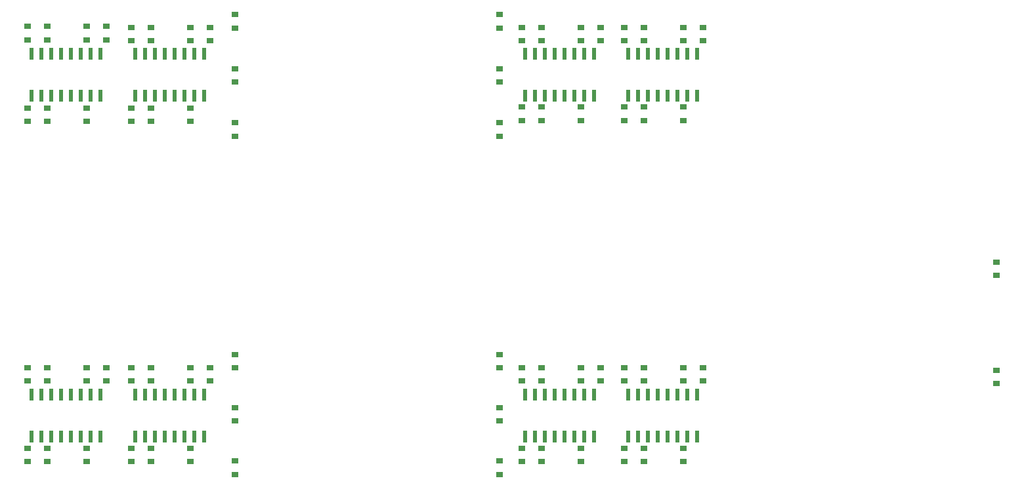
<source format=gbp>
G04*
G04 #@! TF.GenerationSoftware,Altium Limited,Altium Designer,18.1.6 (161)*
G04*
G04 Layer_Color=128*
%FSTAX24Y24*%
%MOIN*%
G70*
G01*
G75*
%ADD24R,0.0354X0.0315*%
%ADD55R,0.0217X0.0591*%
D24*
X04485Y027385D02*
D03*
Y026715D02*
D03*
X06073Y03276D02*
D03*
Y032091D02*
D03*
Y02726D02*
D03*
Y026591D02*
D03*
X04285Y023285D02*
D03*
Y022615D02*
D03*
X04185Y023285D02*
D03*
Y022615D02*
D03*
X04285Y026715D02*
D03*
Y027385D02*
D03*
X03766Y023285D02*
D03*
Y022615D02*
D03*
X03966Y023285D02*
D03*
Y022615D02*
D03*
X03666Y023285D02*
D03*
Y022615D02*
D03*
X0355Y022635D02*
D03*
Y021965D02*
D03*
Y025357D02*
D03*
Y024688D02*
D03*
Y02805D02*
D03*
Y027381D02*
D03*
X04585Y026715D02*
D03*
Y027385D02*
D03*
X04485Y023285D02*
D03*
Y022615D02*
D03*
X04185Y026715D02*
D03*
Y027385D02*
D03*
X03965Y026715D02*
D03*
Y027385D02*
D03*
X04066Y026715D02*
D03*
Y027385D02*
D03*
X03765Y026715D02*
D03*
Y027385D02*
D03*
X03666Y026715D02*
D03*
Y027385D02*
D03*
X0198Y023285D02*
D03*
Y022615D02*
D03*
X0178Y023285D02*
D03*
Y022615D02*
D03*
X0168Y023285D02*
D03*
Y022615D02*
D03*
X01156Y023285D02*
D03*
Y022615D02*
D03*
X01256Y023285D02*
D03*
Y022615D02*
D03*
X01456Y023285D02*
D03*
Y022615D02*
D03*
X02207Y022635D02*
D03*
Y021965D02*
D03*
Y025357D02*
D03*
Y024688D02*
D03*
Y02805D02*
D03*
Y027381D02*
D03*
X01156Y026715D02*
D03*
Y027385D02*
D03*
X01256Y026715D02*
D03*
Y027385D02*
D03*
X0208Y026715D02*
D03*
Y027385D02*
D03*
X0198Y026715D02*
D03*
Y027385D02*
D03*
X0178Y026715D02*
D03*
Y027385D02*
D03*
X0168Y026715D02*
D03*
Y027385D02*
D03*
X01456Y026715D02*
D03*
Y027385D02*
D03*
X01556Y026715D02*
D03*
Y027385D02*
D03*
X0198Y040585D02*
D03*
Y039915D02*
D03*
X0178Y040585D02*
D03*
Y039915D02*
D03*
X0168Y040585D02*
D03*
Y039915D02*
D03*
X01156Y040585D02*
D03*
Y039915D02*
D03*
X01256Y040585D02*
D03*
Y039915D02*
D03*
X01456Y040585D02*
D03*
Y039915D02*
D03*
X0198Y044015D02*
D03*
Y044685D02*
D03*
X0178Y044015D02*
D03*
Y044685D02*
D03*
X0168Y044015D02*
D03*
Y044685D02*
D03*
X0208Y044015D02*
D03*
Y044685D02*
D03*
X04285Y040635D02*
D03*
Y039965D02*
D03*
X04185Y040635D02*
D03*
Y039965D02*
D03*
X04485Y040635D02*
D03*
Y039965D02*
D03*
X0355Y039835D02*
D03*
Y039165D02*
D03*
Y042585D02*
D03*
Y041915D02*
D03*
Y045335D02*
D03*
Y044665D02*
D03*
X03766Y040635D02*
D03*
Y039965D02*
D03*
X03966Y040635D02*
D03*
Y039965D02*
D03*
X03666Y040635D02*
D03*
Y039965D02*
D03*
X04485Y044015D02*
D03*
Y044685D02*
D03*
X04585Y044015D02*
D03*
Y044685D02*
D03*
X04285Y044015D02*
D03*
Y044685D02*
D03*
X04185Y044015D02*
D03*
Y044685D02*
D03*
X03766Y044015D02*
D03*
Y044685D02*
D03*
X03965Y044015D02*
D03*
Y044685D02*
D03*
X04066Y044015D02*
D03*
Y044685D02*
D03*
X03666Y044015D02*
D03*
Y044685D02*
D03*
X01156Y044065D02*
D03*
Y044735D02*
D03*
X01256Y044065D02*
D03*
Y044735D02*
D03*
X01556Y044065D02*
D03*
Y044735D02*
D03*
X01456Y044065D02*
D03*
Y044735D02*
D03*
X02207Y039835D02*
D03*
Y039165D02*
D03*
Y042585D02*
D03*
Y041915D02*
D03*
Y045335D02*
D03*
Y044665D02*
D03*
D55*
X01175Y026D02*
D03*
X01225D02*
D03*
X01275D02*
D03*
X01325D02*
D03*
X01525D02*
D03*
X01475D02*
D03*
X01425D02*
D03*
X01375D02*
D03*
Y023874D02*
D03*
X01425D02*
D03*
X01475D02*
D03*
X01525D02*
D03*
X01325D02*
D03*
X01275D02*
D03*
X01225D02*
D03*
X01175D02*
D03*
X017Y026D02*
D03*
X0175D02*
D03*
X018D02*
D03*
X0185D02*
D03*
X0205D02*
D03*
X02D02*
D03*
X0195D02*
D03*
X019D02*
D03*
Y023874D02*
D03*
X0195D02*
D03*
X02D02*
D03*
X0205D02*
D03*
X0185D02*
D03*
X018D02*
D03*
X0175D02*
D03*
X017D02*
D03*
X04205Y026D02*
D03*
X04255D02*
D03*
X04305D02*
D03*
X04355D02*
D03*
X04555D02*
D03*
X04505D02*
D03*
X04455D02*
D03*
X04405D02*
D03*
Y023874D02*
D03*
X04455D02*
D03*
X04505D02*
D03*
X04555D02*
D03*
X04355D02*
D03*
X04305D02*
D03*
X04255D02*
D03*
X04205D02*
D03*
X0368Y026D02*
D03*
X0373D02*
D03*
X0378D02*
D03*
X0383D02*
D03*
X0403D02*
D03*
X0398D02*
D03*
X0393D02*
D03*
X0388D02*
D03*
Y023874D02*
D03*
X0393D02*
D03*
X0398D02*
D03*
X0403D02*
D03*
X0383D02*
D03*
X0378D02*
D03*
X0373D02*
D03*
X0368D02*
D03*
X04205Y04335D02*
D03*
X04255D02*
D03*
X04305D02*
D03*
X04355D02*
D03*
X04555D02*
D03*
X04505D02*
D03*
X04455D02*
D03*
X04405D02*
D03*
Y041224D02*
D03*
X04455D02*
D03*
X04505D02*
D03*
X04555D02*
D03*
X04355D02*
D03*
X04305D02*
D03*
X04255D02*
D03*
X04205D02*
D03*
X0368Y04335D02*
D03*
X0373D02*
D03*
X0378D02*
D03*
X0383D02*
D03*
X0403D02*
D03*
X0398D02*
D03*
X0393D02*
D03*
X0388D02*
D03*
Y041224D02*
D03*
X0393D02*
D03*
X0398D02*
D03*
X0403D02*
D03*
X0383D02*
D03*
X0378D02*
D03*
X0373D02*
D03*
X0368D02*
D03*
X017Y04335D02*
D03*
X0175D02*
D03*
X018D02*
D03*
X0185D02*
D03*
X0205D02*
D03*
X02D02*
D03*
X0195D02*
D03*
X019D02*
D03*
Y041224D02*
D03*
X0195D02*
D03*
X02D02*
D03*
X0205D02*
D03*
X0185D02*
D03*
X018D02*
D03*
X0175D02*
D03*
X017D02*
D03*
X01175Y04335D02*
D03*
X01225D02*
D03*
X01275D02*
D03*
X01325D02*
D03*
X01525D02*
D03*
X01475D02*
D03*
X01425D02*
D03*
X01375D02*
D03*
Y041224D02*
D03*
X01425D02*
D03*
X01475D02*
D03*
X01525D02*
D03*
X01325D02*
D03*
X01275D02*
D03*
X01225D02*
D03*
X01175D02*
D03*
M02*

</source>
